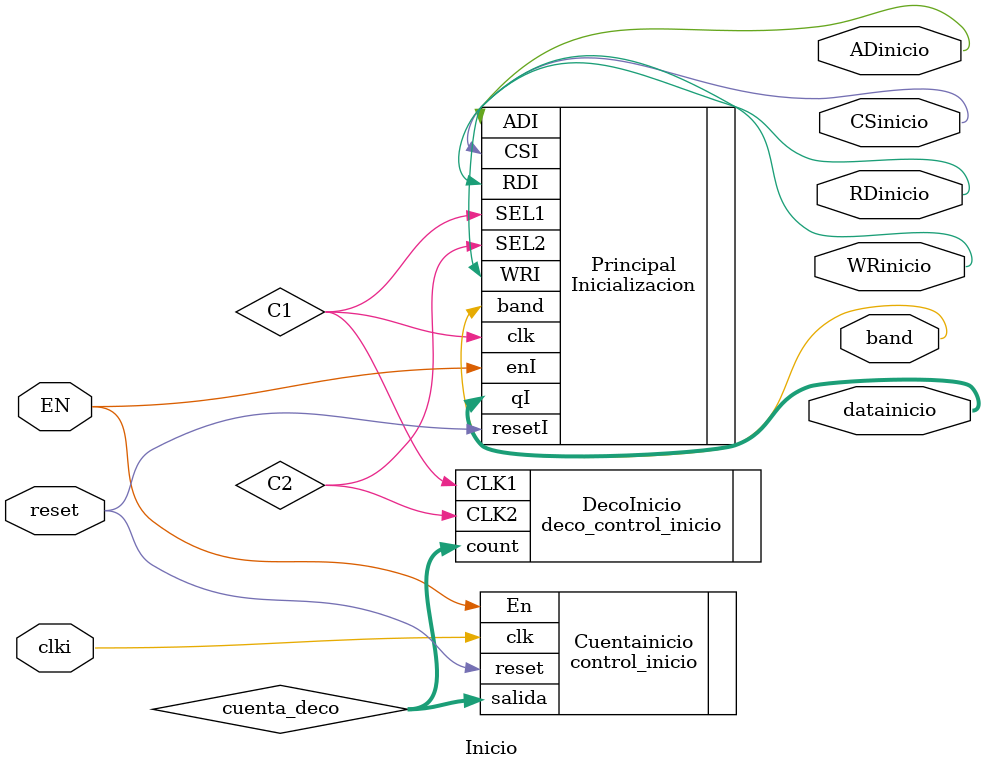
<source format=v>
`timescale 1ns / 1ps
module Inicio(
input EN,
input clki,
output band,
input reset,
output [7:0] datainicio,
output ADinicio, 
output CSinicio,
output WRinicio,
output RDinicio
    );
wire C1;

wire [5:0] cuenta_deco;

Inicializacion Principal(
    .clk(C1),  
    .SEL1(C1), 
    .SEL2(C2), 
    .resetI(reset), 
    .enI(EN), 
    .qI(datainicio), 
    .ADI(ADinicio), 
    .RDI(RDinicio), 
    .WRI(WRinicio), 
    .CSI(CSinicio),
	 .band(band)
    );
	 
control_inicio Cuentainicio (
    .En(EN), 
    .clk(clki), 
    .reset(reset), 
    .salida(cuenta_deco)
    );

deco_control_inicio DecoInicio(
    .count(cuenta_deco), 
    .CLK1(C1), 
    .CLK2(C2)
    );





endmodule

</source>
